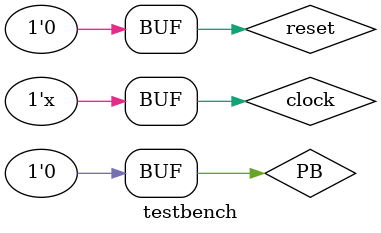
<source format=v>
`timescale 1ns / 1ps
module testbench();
  
    // We need to give values at the inputs, so we define them as registers  
	reg clock;
	reg reset;
	reg PB;
	
	//The outputs are wires. We don't connect them to anything, but we need to 
	// declare them to visualize them in the output timing diagram
	wire       pulse; 
	
	// an instance of the Device Under Test
	top DUT(
        .clock (clock),
        .reset (reset),
        .PB (PB),
        .pulse (pulse)
        );
            
	// generate a clock signal that inverts its value every five time units
	always  #2 clock=~clock;
	
	//here we assign values to the inputs
	initial begin
		clock = 1'b0;
		reset = 1'b0;
		#60 reset = 1'b1;
        #30 reset = 1'b0;
		#50 PB = 1'b1;
		#100 PB = 1'b0;
		#50 PB = 1'b1;
		#3  PB = 1'b0;
	end

endmodule

</source>
